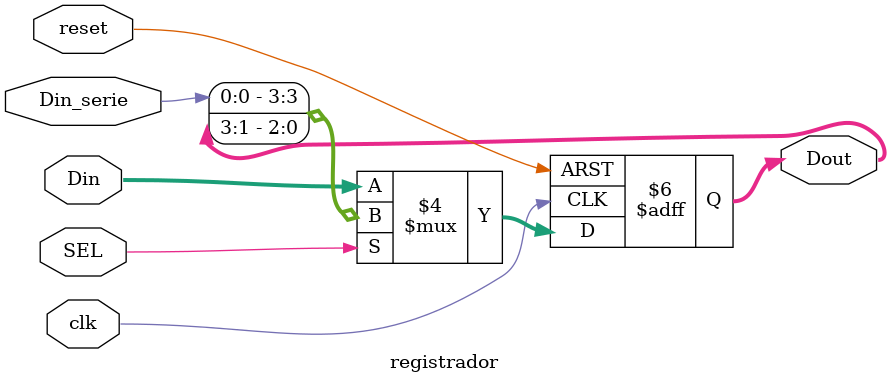
<source format=sv>
parameter NBITS_DATA = 4;
module registrador(
  input logic [NBITS_DATA-1:0] Din,
  input logic clk,reset,Din_serie,SEL,
  output logic [NBITS_DATA-1:0] Dout
);

// Cria um registrador com reset assicrono, que pode ser serial ou paralelo
  always_ff @ (posedge reset or posedge clk) begin
    if(reset)
      Dout <= 0;
    else
      if(SEL == 0)
      	Dout <= Din;
      else begin
        Dout <= {Din_serie, Dout[NBITS_DATA-1:1]};
      end
  end
   
endmodule
</source>
